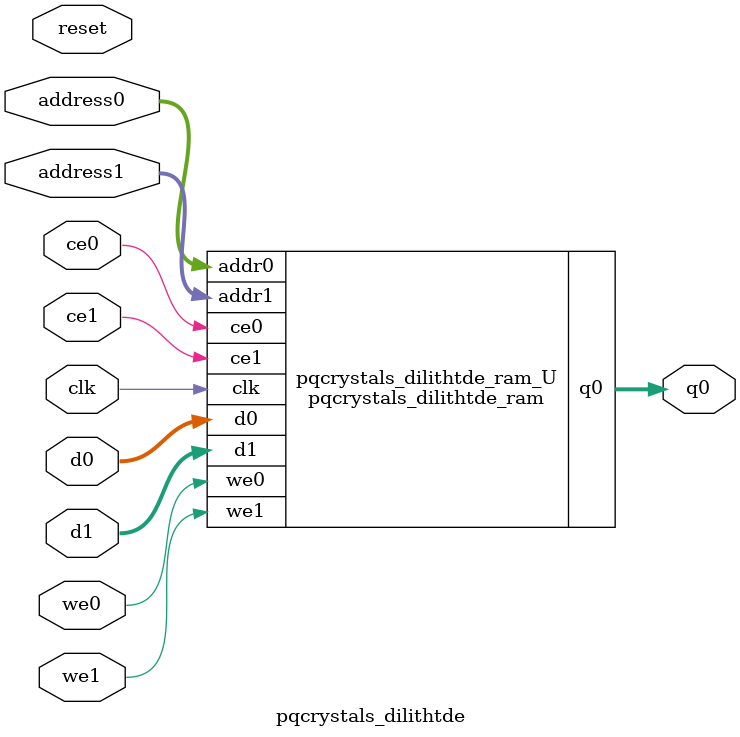
<source format=v>
`timescale 1 ns / 1 ps
module pqcrystals_dilithtde_ram (addr0, ce0, d0, we0, q0, addr1, ce1, d1, we1,  clk);

parameter DWIDTH = 32;
parameter AWIDTH = 10;
parameter MEM_SIZE = 1024;

input[AWIDTH-1:0] addr0;
input ce0;
input[DWIDTH-1:0] d0;
input we0;
output reg[DWIDTH-1:0] q0;
input[AWIDTH-1:0] addr1;
input ce1;
input[DWIDTH-1:0] d1;
input we1;
input clk;

(* ram_style = "block" *)reg [DWIDTH-1:0] ram[0:MEM_SIZE-1];




always @(posedge clk)  
begin 
    if (ce0) begin
        if (we0) 
            ram[addr0] <= d0; 
        q0 <= ram[addr0];
    end
end


always @(posedge clk)  
begin 
    if (ce1) begin
        if (we1) 
            ram[addr1] <= d1; 
    end
end


endmodule

`timescale 1 ns / 1 ps
module pqcrystals_dilithtde(
    reset,
    clk,
    address0,
    ce0,
    we0,
    d0,
    q0,
    address1,
    ce1,
    we1,
    d1);

parameter DataWidth = 32'd32;
parameter AddressRange = 32'd1024;
parameter AddressWidth = 32'd10;
input reset;
input clk;
input[AddressWidth - 1:0] address0;
input ce0;
input we0;
input[DataWidth - 1:0] d0;
output[DataWidth - 1:0] q0;
input[AddressWidth - 1:0] address1;
input ce1;
input we1;
input[DataWidth - 1:0] d1;



pqcrystals_dilithtde_ram pqcrystals_dilithtde_ram_U(
    .clk( clk ),
    .addr0( address0 ),
    .ce0( ce0 ),
    .we0( we0 ),
    .d0( d0 ),
    .q0( q0 ),
    .addr1( address1 ),
    .ce1( ce1 ),
    .we1( we1 ),
    .d1( d1 ));

endmodule


</source>
